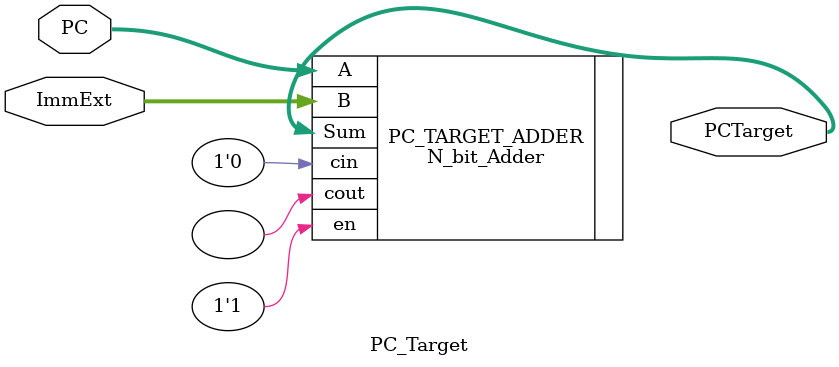
<source format=sv>
`timescale 1ns / 1ps

module PC_Target(
		 input wire [31:0]  PC,ImmExt,
		 output wire [31:0] PCTarget
		 );
		 
    N_bit_Adder #(
    .N(32)
) PC_TARGET_ADDER(
    .A(PC),
    .B(ImmExt),
    .cin(1'b0),
    .en(1'b1),
    .cout(),
    .Sum(PCTarget) 
);


endmodule
</source>
